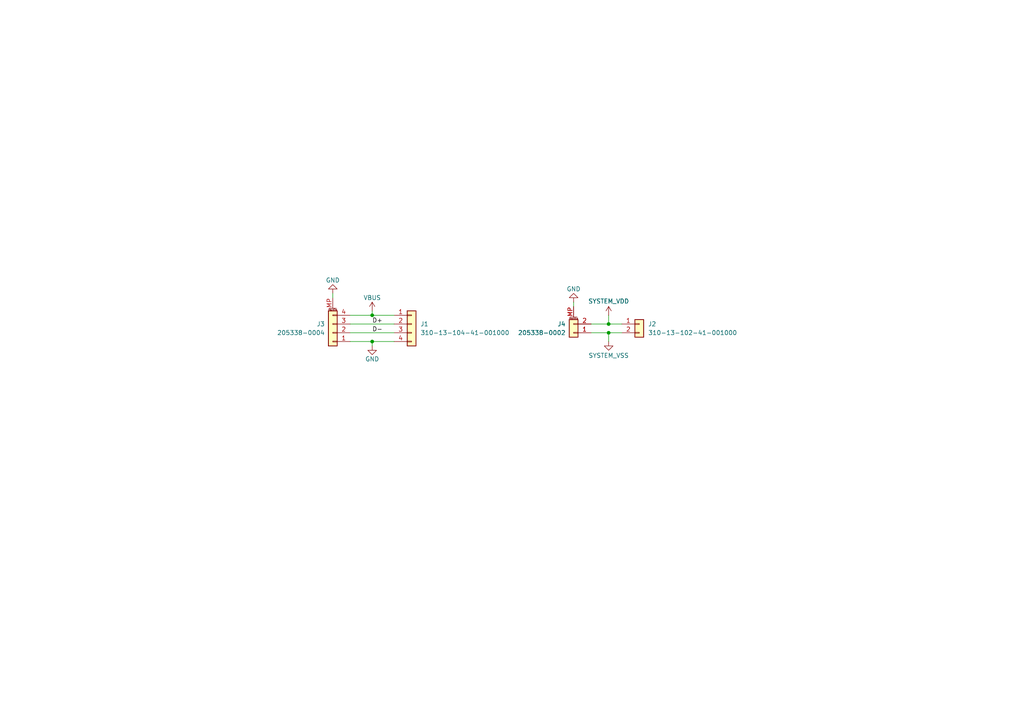
<source format=kicad_sch>
(kicad_sch (version 20250114) (generator "eeschema") (generator_version "9.0")
  (paper "A4")
  (lib_symbols
    (symbol "Connector_Generic:Conn_01x02" (pin_names (offset 1.016) (hide yes))
      (property "Reference" "J" (at 0 2.54 0))
      (property "Value" "Conn_01x02" (at 0 -5.08 0))
      (symbol "Conn_01x02_1_1"
        (rectangle (start -1.27 1.27) (end 1.27 -3.81) (stroke (width 0.254)) (fill (type background)))
        (rectangle (start -1.27 0.127) (end 0 -0.127) (stroke (width 0.1524)))
        (rectangle (start -1.27 -2.413) (end 0 -2.667) (stroke (width 0.1524)))
        (pin passive line (at -5.08 0 0) (length 3.81) (name "Pin_1") (number "1"))
        (pin passive line (at -5.08 -2.54 0) (length 3.81) (name "Pin_2") (number "2"))
      )
    )
    (symbol "Connector_Generic:Conn_01x04" (pin_names (offset 1.016) (hide yes))
      (property "Reference" "J" (at 0 5.08 0))
      (property "Value" "Conn_01x04" (at 0 -7.62 0))
      (symbol "Conn_01x04_1_1"
        (rectangle (start -1.27 3.81) (end 1.27 -6.35) (stroke (width 0.254)) (fill (type background)))
        (rectangle (start -1.27 2.667) (end 0 2.413) (stroke (width 0.1524)))
        (rectangle (start -1.27 0.127) (end 0 -0.127) (stroke (width 0.1524)))
        (rectangle (start -1.27 -2.413) (end 0 -2.667) (stroke (width 0.1524)))
        (rectangle (start -1.27 -4.953) (end 0 -5.207) (stroke (width 0.1524)))
        (pin passive line (at -5.08 2.54 0) (length 3.81) (name "Pin_1") (number "1"))
        (pin passive line (at -5.08 0 0) (length 3.81) (name "Pin_2") (number "2"))
        (pin passive line (at -5.08 -2.54 0) (length 3.81) (name "Pin_3") (number "3"))
        (pin passive line (at -5.08 -5.08 0) (length 3.81) (name "Pin_4") (number "4"))
      )
    )
    (symbol "Connector_Generic_MountingPin:Conn_01x02_MountingPin" (pin_names (offset 1.016) (hide yes))
      (property "Reference" "J" (at 0 2.54 0))
      (property "Value" "Conn_01x02_MountingPin" (at 1.27 -5.08 0))
      (symbol "Conn_01x02_MountingPin_1_1"
        (rectangle (start -1.27 1.27) (end 1.27 -3.81) (stroke (width 0.254)) (fill (type background)))
        (rectangle (start -1.27 0.127) (end 0 -0.127) (stroke (width 0.1524)))
        (rectangle (start -1.27 -2.413) (end 0 -2.667) (stroke (width 0.1524)))
        (polyline (pts (xy -1.016 -4.572) (xy 1.016 -4.572)) (stroke (width 0.1524)))
        (text "Mounting" (at 0 -4.191 0) (effects (font (size 0.381 0.381))))
        (pin passive line (at -5.08 0 0) (length 3.81) (name "Pin_1") (number "1"))
        (pin passive line (at -5.08 -2.54 0) (length 3.81) (name "Pin_2") (number "2"))
        (pin passive line (at 0 -7.62 90) (length 3.048) (name "MountPin") (number "MP"))
      )
    )
    (symbol "Connector_Generic_MountingPin:Conn_01x04_MountingPin" (pin_names (offset 1.016) (hide yes))
      (property "Reference" "J" (at 0 5.08 0))
      (property "Value" "Conn_01x04_MountingPin" (at 1.27 -7.62 0))
      (symbol "Conn_01x04_MountingPin_1_1"
        (rectangle (start -1.27 3.81) (end 1.27 -6.35) (stroke (width 0.254)) (fill (type background)))
        (rectangle (start -1.27 2.667) (end 0 2.413) (stroke (width 0.1524)))
        (rectangle (start -1.27 0.127) (end 0 -0.127) (stroke (width 0.1524)))
        (rectangle (start -1.27 -2.413) (end 0 -2.667) (stroke (width 0.1524)))
        (rectangle (start -1.27 -4.953) (end 0 -5.207) (stroke (width 0.1524)))
        (polyline (pts (xy -1.016 -7.112) (xy 1.016 -7.112)) (stroke (width 0.1524)))
        (text "Mounting" (at 0 -6.731 0) (effects (font (size 0.381 0.381))))
        (pin passive line (at -5.08 2.54 0) (length 3.81) (name "Pin_1") (number "1"))
        (pin passive line (at -5.08 0 0) (length 3.81) (name "Pin_2") (number "2"))
        (pin passive line (at -5.08 -2.54 0) (length 3.81) (name "Pin_3") (number "3"))
        (pin passive line (at -5.08 -5.08 0) (length 3.81) (name "Pin_4") (number "4"))
        (pin passive line (at 0 -10.16 90) (length 3.048) (name "MountPin") (number "MP"))
      )
    )
    (symbol "power:GND" (power) (pin_numbers (hide yes)) (pin_names (offset 0) (hide yes))
      (property "Value" "GND" (at 0 -3.81 0))
      (symbol "GND_0_1"
        (polyline (pts (xy 0 0) (xy 0 -1.27) (xy 1.27 -1.27) (xy 0 -2.54) (xy -1.27 -1.27) (xy 0 -1.27)))
      )
      (symbol "GND_1_1"
        (pin power_in line (at 0 0 270) (length 0) (name "~") (number "1"))
      )
    )
    (symbol "power:VBUS" (power) (pin_numbers (hide yes)) (pin_names (offset 0) (hide yes))
      (property "Value" "VBUS" (at 0 3.556 0))
      (symbol "VBUS_0_1"
        (polyline (pts (xy -0.762 1.27) (xy 0 2.54)))
        (polyline (pts (xy 0 2.54) (xy 0.762 1.27)))
        (polyline (pts (xy 0 0) (xy 0 2.54)))
      )
      (symbol "VBUS_1_1"
        (pin power_in line (at 0 0 90) (length 0) (name "~") (number "1"))
      )
    )
    (symbol "power:VDD" (power) (pin_numbers (hide yes)) (pin_names (offset 0) (hide yes))
      (property "Value" "VDD" (at 0 3.556 0))
      (symbol "VDD_0_1"
        (polyline (pts (xy -0.762 1.27) (xy 0 2.54)))
        (polyline (pts (xy 0 2.54) (xy 0.762 1.27)))
        (polyline (pts (xy 0 0) (xy 0 2.54)))
      )
      (symbol "VDD_1_1"
        (pin power_in line (at 0 0 90) (length 0) (name "~") (number "1"))
      )
    )
  )
  (junction (at 176.53 96.52))
  (junction (at 176.53 93.98))
  (junction (at 107.95 99.06))
  (junction (at 107.95 91.44))
  (wire (pts (xy 176.53 96.52) (xy 176.53 99.06)))
  (wire (pts (xy 96.52 85.09) (xy 96.52 86.36)))
  (wire (pts (xy 107.95 99.06) (xy 107.95 100.33)))
  (wire (pts (xy 166.37 87.63) (xy 166.37 88.9)))
  (wire (pts (xy 101.6 96.52) (xy 114.3 96.52)))
  (wire (pts (xy 114.3 99.06) (xy 107.95 99.06)))
  (wire (pts (xy 171.45 93.98) (xy 176.53 93.98)))
  (wire (pts (xy 114.3 91.44) (xy 107.95 91.44)))
  (wire (pts (xy 107.95 90.17) (xy 107.95 91.44)))
  (wire (pts (xy 180.34 96.52) (xy 176.53 96.52)))
  (wire (pts (xy 171.45 96.52) (xy 176.53 96.52)))
  (wire (pts (xy 176.53 91.44) (xy 176.53 93.98)))
  (wire (pts (xy 180.34 93.98) (xy 176.53 93.98)))
  (wire (pts (xy 101.6 91.44) (xy 107.95 91.44)))
  (wire (pts (xy 101.6 99.06) (xy 107.95 99.06)))
  (wire (pts (xy 101.6 93.98) (xy 114.3 93.98)))
  (label "D-" (at 107.95 96.52 0))
  (label "D+" (at 107.95 93.98 0))
  (symbol (lib_id "Connector_Generic:Conn_01x04") (at 119.38 93.98 0) (unit 1)
    (property "Reference" "J1" (at 121.92 93.9799 0) (effects (justify left)))
    (property "Value" "310-13-104-41-001000" (at 121.92 96.5199 0) (effects (justify left)))
    (property "Footprint" "Connector_PinHeader_2.54mm:PinHeader_1x04_P2.54mm_Vertical" (effects (hide yes)))
    (property "Description" "Generic connector, single row, 01x04, script generated (kicad-library-utils/schlib/autogen/connector/)" (effects (hide yes)))
  )
  (symbol (lib_id "power:GND") (at 166.37 87.63 0) (mirror x) (unit 1)
    (property "Reference" "#PWR06" (effects (hide yes)))
    (property "Value" "GND" (at 166.37 83.82 0))
    (property "Description" "Power symbol creates a global label with name \"GND\" , ground" (effects (hide yes)))
  )
  (symbol (lib_id "power:GND") (at 96.52 85.09 0) (mirror x) (unit 1)
    (property "Reference" "#PWR05" (effects (hide yes)))
    (property "Value" "GND" (at 96.52 81.28 0))
    (property "Description" "Power symbol creates a global label with name \"GND\" , ground" (effects (hide yes)))
  )
  (symbol (lib_id "power:VDD") (at 176.53 91.44 0) (unit 1)
    (property "Reference" "#PWR01" (effects (hide yes)))
    (property "Value" "SYSTEM_VDD" (at 176.53 87.376 0))
    (property "Description" "Power symbol creates a global label with name \"VDD\"" (effects (hide yes)))
  )
  (symbol (lib_id "Connector_Generic:Conn_01x02") (at 185.42 93.98 0) (unit 1)
    (property "Reference" "J2" (at 187.96 93.9799 0) (effects (justify left)))
    (property "Value" "310-13-102-41-001000" (at 187.96 96.5199 0) (effects (justify left)))
    (property "Footprint" "Connector_PinHeader_2.54mm:PinHeader_1x02_P2.54mm_Vertical" (effects (hide yes)))
    (property "Description" "Generic connector, single row, 01x02, script generated (kicad-library-utils/schlib/autogen/connector/)" (effects (hide yes)))
  )
  (symbol (lib_id "Connector_Generic_MountingPin:Conn_01x02_MountingPin") (at 166.37 96.52 180) (unit 1)
    (property "Reference" "J4" (at 164.084 93.98 0) (effects (justify left)))
    (property "Value" "205338-0002" (at 164.084 96.52 0) (effects (justify left)))
    (property "Footprint" "Connector_Molex:Molex_Pico-Lock_205338-0002_1x02-1MP_P2.00mm_Horizontal" (effects (hide yes)))
    (property "Description" "Generic connectable mounting pin connector, single row, 01x02, script generated (kicad-library-utils/schlib/autogen/connector/)" (effects (hide yes)))
  )
  (symbol (lib_id "power:GND") (at 107.95 100.33 0) (unit 1)
    (property "Reference" "#PWR04" (effects (hide yes)))
    (property "Value" "GND" (at 107.95 104.14 0))
    (property "Description" "Power symbol creates a global label with name \"GND\" , ground" (effects (hide yes)))
  )
  (symbol (lib_id "Connector_Generic_MountingPin:Conn_01x04_MountingPin") (at 96.52 96.52 180) (unit 1)
    (property "Reference" "J3" (at 94.234 93.98 0) (effects (justify left)))
    (property "Value" "205338-0004" (at 94.234 96.52 0) (effects (justify left)))
    (property "Footprint" "Connector_Molex:Molex_Pico-Lock_205338-0004_1x04-1MP_P2.00mm_Horizontal" (effects (hide yes)))
    (property "Description" "Generic connectable mounting pin connector, single row, 01x04, script generated (kicad-library-utils/schlib/autogen/connector/)" (effects (hide yes)))
  )
  (symbol (lib_id "power:VBUS") (at 107.95 90.17 0) (unit 1)
    (property "Reference" "#PWR03" (effects (hide yes)))
    (property "Value" "VBUS" (at 107.95 86.36 0))
    (property "Description" "Power symbol creates a global label with name \"VBUS\"" (effects (hide yes)))
  )
  (symbol (lib_id "power:GND") (at 176.53 99.06 0) (unit 1)
    (property "Reference" "#PWR02" (effects (hide yes)))
    (property "Value" "SYSTEM_VSS" (at 176.53 103.124 0))
    (property "Description" "Power symbol creates a global label with name \"GND\" , ground" (effects (hide yes)))
  )
)
</source>
